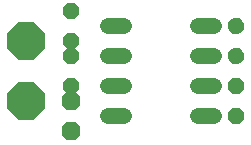
<source format=gbr>
G04 EAGLE Gerber RS-274X export*
G75*
%MOMM*%
%FSLAX34Y34*%
%LPD*%
%INBottom Copper*%
%IPPOS*%
%AMOC8*
5,1,8,0,0,1.08239X$1,22.5*%
G01*
%ADD10P,1.732040X8X292.500000*%
%ADD11P,3.409096X8X22.500000*%
%ADD12C,1.320800*%
%ADD13P,1.429621X8X292.500000*%
%ADD14P,1.429621X8X112.500000*%
%ADD15P,1.429621X8X111.700000*%


D10*
X139700Y139700D03*
X139700Y114300D03*
D11*
X101600Y139700D03*
X101600Y190500D03*
D12*
X247396Y127000D02*
X260604Y127000D01*
X260604Y152400D02*
X247396Y152400D01*
X184404Y152400D02*
X171196Y152400D01*
X171196Y127000D02*
X184404Y127000D01*
X247396Y177800D02*
X260604Y177800D01*
X260604Y203200D02*
X247396Y203200D01*
X184404Y177800D02*
X171196Y177800D01*
X171196Y203200D02*
X184404Y203200D01*
D13*
X279400Y152400D03*
X279400Y127000D03*
D14*
X139700Y190500D03*
X139700Y215900D03*
X139700Y152400D03*
X139700Y177800D03*
D15*
X279223Y177801D03*
X279577Y203199D03*
M02*

</source>
